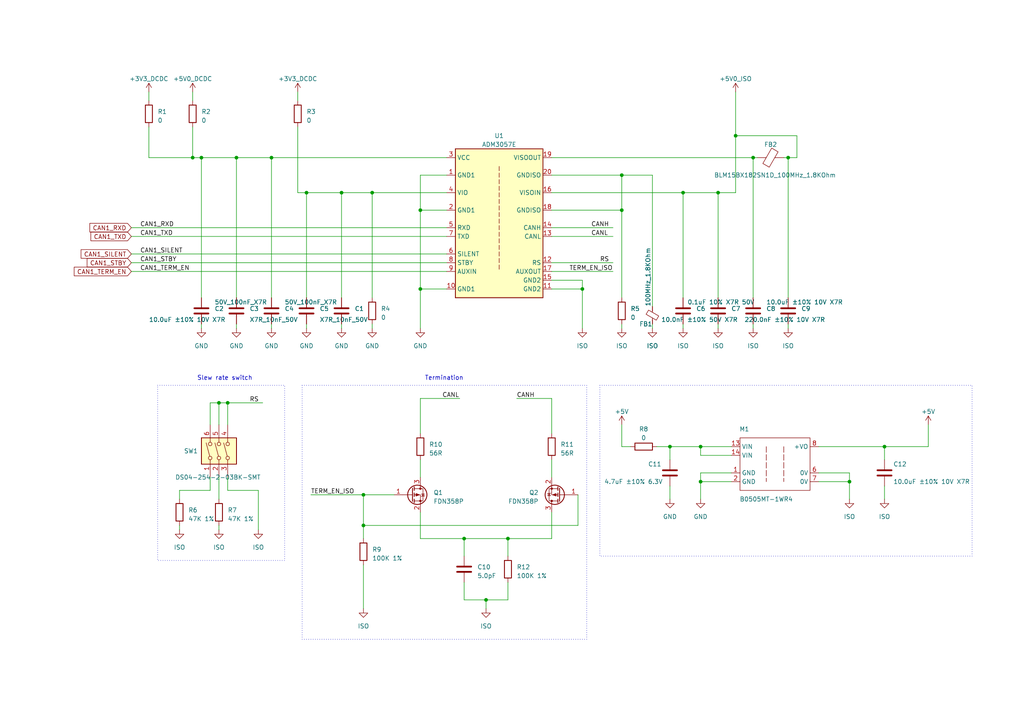
<source format=kicad_sch>
(kicad_sch (version 20230121) (generator eeschema)
  (paper "A4")
  (lib_symbols
    (symbol "Device:C" (pin_numbers hide) (pin_names (offset 0.254))
      (property "Reference" "C" (at 0.635 2.54 0))
      (property "Value" "C" (at 0.635 -2.54 0))
      (symbol "C_0_1"
        (polyline (pts (xy -2.032 -0.762) (xy 2.032 -0.762)) (stroke (width 0.508)))
        (polyline (pts (xy -2.032 0.762) (xy 2.032 0.762)) (stroke (width 0.508)))
      )
      (symbol "C_1_1"
        (pin passive line (at 0 3.81 270) (length 2.794) (name "~") (number "1"))
        (pin passive line (at 0 -3.81 90) (length 2.794) (name "~") (number "2"))
      )
    )
    (symbol "Device:FerriteBead" (pin_numbers hide) (pin_names (offset 0))
      (property "Reference" "FB" (at -3.81 0.635 90))
      (property "Value" "FerriteBead" (at 3.81 0 90))
      (symbol "FerriteBead_0_1"
        (polyline (pts (xy 0 -1.27) (xy 0 -1.2192)))
        (polyline (pts (xy 0 1.27) (xy 0 1.2954)))
        (polyline (pts (xy -2.7686 0.4064) (xy -1.7018 2.2606) (xy 2.7686 -0.3048) (xy 1.6764 -2.159) (xy -2.7686 0.4064)))
      )
      (symbol "FerriteBead_1_1"
        (pin passive line (at 0 3.81 270) (length 2.54) (name "~") (number "1"))
        (pin passive line (at 0 -3.81 90) (length 2.54) (name "~") (number "2"))
      )
    )
    (symbol "Device:FerriteBead_Small" (pin_numbers hide) (pin_names (offset 0))
      (property "Reference" "FB" (at 1.905 1.27 0))
      (property "Value" "FerriteBead_Small" (at 1.905 -1.27 0))
      (symbol "FerriteBead_Small_0_1"
        (polyline (pts (xy 0 -1.27) (xy 0 -0.7874)))
        (polyline (pts (xy 0 0.889) (xy 0 1.2954)))
        (polyline (pts (xy -1.8288 0.2794) (xy -1.1176 1.4986) (xy 1.8288 -0.2032) (xy 1.1176 -1.4224) (xy -1.8288 0.2794)))
      )
      (symbol "FerriteBead_Small_1_1"
        (pin passive line (at 0 2.54 270) (length 1.27) (name "~") (number "1"))
        (pin passive line (at 0 -2.54 90) (length 1.27) (name "~") (number "2"))
      )
    )
    (symbol "Device:Q_PMOS_GSD" (pin_names (offset 0) hide)
      (property "Reference" "Q" (at 5.08 1.27 0))
      (property "Value" "Q_PMOS_GSD" (at 5.08 -1.27 0))
      (symbol "Q_PMOS_GSD_0_1"
        (polyline (pts (xy 0.254 0) (xy -2.54 0)))
        (polyline (pts (xy 0.254 1.905) (xy 0.254 -1.905)) (stroke (width 0.254)))
        (polyline (pts (xy 0.762 -1.27) (xy 0.762 -2.286)) (stroke (width 0.254)))
        (polyline (pts (xy 0.762 0.508) (xy 0.762 -0.508)) (stroke (width 0.254)))
        (polyline (pts (xy 0.762 2.286) (xy 0.762 1.27)) (stroke (width 0.254)))
        (polyline (pts (xy 2.54 2.54) (xy 2.54 1.778)))
        (polyline (pts (xy 2.54 -2.54) (xy 2.54 0) (xy 0.762 0)))
        (polyline (pts (xy 0.762 1.778) (xy 3.302 1.778) (xy 3.302 -1.778) (xy 0.762 -1.778)))
        (polyline (pts (xy 2.286 0) (xy 1.27 0.381) (xy 1.27 -0.381) (xy 2.286 0)) (fill (type outline)))
        (polyline (pts (xy 2.794 -0.508) (xy 2.921 -0.381) (xy 3.683 -0.381) (xy 3.81 -0.254)))
        (polyline (pts (xy 3.302 -0.381) (xy 2.921 0.254) (xy 3.683 0.254) (xy 3.302 -0.381)))
        (circle (center 1.651 0) (radius 2.794) (stroke (width 0.254)))
        (circle (center 2.54 -1.778) (radius 0.254) (fill (type outline)))
        (circle (center 2.54 1.778) (radius 0.254) (fill (type outline)))
      )
      (symbol "Q_PMOS_GSD_1_1"
        (pin input line (at -5.08 0 0) (length 2.54) (name "G") (number "1"))
        (pin passive line (at 2.54 -5.08 90) (length 2.54) (name "S") (number "2"))
        (pin passive line (at 2.54 5.08 270) (length 2.54) (name "D") (number "3"))
      )
    )
    (symbol "Device:R" (pin_numbers hide) (pin_names (offset 0))
      (property "Reference" "R" (at 2.032 0 90))
      (property "Value" "R" (at 0 0 90))
      (symbol "R_0_1"
        (rectangle (start -1.016 -2.54) (end 1.016 2.54) (stroke (width 0.254)))
      )
      (symbol "R_1_1"
        (pin passive line (at 0 3.81 270) (length 1.27) (name "~") (number "1"))
        (pin passive line (at 0 -3.81 90) (length 1.27) (name "~") (number "2"))
      )
    )
    (symbol "Switch:SW_DIP_x03" (pin_names (offset 0) hide)
      (property "Reference" "SW" (at 0 8.89 0))
      (property "Value" "SW_DIP_x03" (at 0 -3.81 0))
      (symbol "SW_DIP_x03_0_0"
        (circle (center -2.032 0) (radius 0.508))
        (circle (center -2.032 2.54) (radius 0.508))
        (circle (center -2.032 5.08) (radius 0.508))
        (polyline (pts (xy -1.524 0.127) (xy 2.3622 1.1684)))
        (polyline (pts (xy -1.524 2.667) (xy 2.3622 3.7084)))
        (polyline (pts (xy -1.524 5.207) (xy 2.3622 6.2484)))
        (circle (center 2.032 0) (radius 0.508))
        (circle (center 2.032 2.54) (radius 0.508))
        (circle (center 2.032 5.08) (radius 0.508))
      )
      (symbol "SW_DIP_x03_0_1"
        (rectangle (start -3.81 7.62) (end 3.81 -2.54) (stroke (width 0.254)) (fill (type background)))
      )
      (symbol "SW_DIP_x03_1_1"
        (pin passive line (at -7.62 5.08 0) (length 5.08) (name "~") (number "1"))
        (pin passive line (at -7.62 2.54 0) (length 5.08) (name "~") (number "2"))
        (pin passive line (at -7.62 0 0) (length 5.08) (name "~") (number "3"))
        (pin passive line (at 7.62 0 180) (length 5.08) (name "~") (number "4"))
        (pin passive line (at 7.62 2.54 180) (length 5.08) (name "~") (number "5"))
        (pin passive line (at 7.62 5.08 180) (length 5.08) (name "~") (number "6"))
      )
    )
    (symbol "VB124_Library:+5V0_DCDC" (power) (pin_names (offset 0))
      (property "Value" "+5V0_DCDC" (at 0 3.556 0))
      (symbol "+5V0_DCDC_0_1"
        (polyline (pts (xy -0.762 1.27) (xy 0 2.54)))
        (polyline (pts (xy 0 0) (xy 0 2.54)))
        (polyline (pts (xy 0 2.54) (xy 0.762 1.27)))
      )
      (symbol "+5V0_DCDC_1_1"
        (pin power_in line (at 0 0 90) (length 0) hide (name "+5V") (number "1"))
      )
    )
    (symbol "VB124_Library:+5V0_ISO" (power) (pin_names (offset 0))
      (property "Value" "+5V0_ISO" (at 0 3.556 0))
      (symbol "+5V0_ISO_0_1"
        (polyline (pts (xy -0.762 1.27) (xy 0 2.54)))
        (polyline (pts (xy 0 0) (xy 0 2.54)))
        (polyline (pts (xy 0 2.54) (xy 0.762 1.27)))
      )
      (symbol "+5V0_ISO_1_1"
        (pin power_in line (at 0 0 90) (length 0) hide (name "+5V") (number "1"))
      )
    )
    (symbol "VB124_Library:ADM3057E"
      (property "Reference" "U" (at -12.7 25.4 0))
      (property "Value" "ADM3057E" (at 7.62 25.4 0))
      (symbol "ADM3057E_0_1"
        (rectangle (start -12.7 20.32) (end 12.7 -22.86) (stroke (width 0.254)) (fill (type background)))
        (polyline (pts (xy 0 -13.335) (xy 0 -14.605)))
        (polyline (pts (xy 0 -11.43) (xy 0 -12.7)))
        (polyline (pts (xy 0 -9.525) (xy 0 -10.795)))
        (polyline (pts (xy 0 -7.62) (xy 0 -8.89)))
        (polyline (pts (xy 0 -5.715) (xy 0 -6.985)))
        (polyline (pts (xy 0 -3.81) (xy 0 -5.08)))
        (polyline (pts (xy 0 -1.905) (xy 0 -3.175)))
        (polyline (pts (xy 0 0) (xy 0 -1.27)))
        (polyline (pts (xy 0 1.905) (xy 0 0.635)))
        (polyline (pts (xy 0 3.81) (xy 0 2.54)))
        (polyline (pts (xy 0 5.715) (xy 0 4.445)))
        (polyline (pts (xy 0 7.62) (xy 0 6.35)))
        (polyline (pts (xy 0 9.525) (xy 0 8.255)))
        (polyline (pts (xy 0 11.43) (xy 0 10.16)))
        (polyline (pts (xy 0 13.335) (xy 0 12.065)))
        (polyline (pts (xy 0 15.24) (xy 0 13.97)))
      )
      (symbol "ADM3057E_1_1"
        (pin power_in line (at -15.24 12.7 0) (length 2.54) (name "GND1") (number "1"))
        (pin passive line (at -15.24 -20.32 0) (length 2.54) (name "GND1") (number "10"))
        (pin passive line (at 15.24 -20.32 180) (length 2.54) (name "GND2") (number "11"))
        (pin input line (at 15.24 -12.7 180) (length 2.54) (name "RS") (number "12"))
        (pin bidirectional line (at 15.24 -5.08 180) (length 2.54) (name "CANL") (number "13"))
        (pin bidirectional line (at 15.24 -2.54 180) (length 2.54) (name "CANH") (number "14"))
        (pin passive line (at 15.24 -17.78 180) (length 2.54) (name "GND2") (number "15"))
        (pin passive line (at 15.24 7.62 180) (length 2.54) (name "VISOIN") (number "16"))
        (pin output line (at 15.24 -15.24 180) (length 2.54) (name "AUXOUT") (number "17"))
        (pin passive line (at 15.24 2.54 180) (length 2.54) (name "GNDISO") (number "18"))
        (pin passive line (at 15.24 17.78 180) (length 2.54) (name "VISOOUT") (number "19"))
        (pin passive line (at -15.24 2.54 0) (length 2.54) (name "GND1") (number "2"))
        (pin passive line (at 15.24 12.7 180) (length 2.54) (name "GNDISO") (number "20"))
        (pin power_in line (at -15.24 17.78 0) (length 2.54) (name "VCC") (number "3"))
        (pin power_in line (at -15.24 7.62 0) (length 2.54) (name "VIO") (number "4"))
        (pin output line (at -15.24 -2.54 0) (length 2.54) (name "RXD") (number "5"))
        (pin input line (at -15.24 -10.16 0) (length 2.54) (name "SILENT") (number "6"))
        (pin input line (at -15.24 -5.08 0) (length 2.54) (name "TXD") (number "7"))
        (pin input line (at -15.24 -12.7 0) (length 2.54) (name "STBY") (number "8"))
        (pin input line (at -15.24 -15.24 0) (length 2.54) (name "AUXIN") (number "9"))
      )
    )
    (symbol "VB124_Library:B0505MT-1WR4"
      (property "Reference" "M" (at 0 5.08 0))
      (property "Value" "B0505MT-1WR4" (at 0 2.54 0))
      (symbol "B0505MT-1WR4_0_1"
        (rectangle (start -10.16 0) (end 10.16 -15.24))
        (polyline (pts (xy -2.54 -2.54) (xy -2.54 -12.7)) (stroke (width 0) (type dash)))
        (polyline (pts (xy 2.54 -2.54) (xy 2.54 -12.7)) (stroke (width 0) (type dash)))
      )
      (symbol "B0505MT-1WR4_1_1"
        (pin power_in line (at -12.7 -10.16 0) (length 2.54) (name "GND") (number "1"))
        (pin power_in line (at -12.7 -2.54 0) (length 2.54) (name "VIN") (number "13"))
        (pin power_in line (at -12.7 -5.08 0) (length 2.54) (name "VIN") (number "14"))
        (pin power_in line (at -12.7 -12.7 0) (length 2.54) (name "GND") (number "2"))
        (pin power_out line (at 12.7 -10.16 180) (length 2.54) (name "0V") (number "6"))
        (pin power_out line (at 12.7 -12.7 180) (length 2.54) (name "0V") (number "7"))
        (pin power_out line (at 12.7 -2.54 180) (length 2.54) (name "+VO") (number "8"))
      )
    )
    (symbol "power:GND" (power) (pin_names (offset 0))
      (property "Value" "GND" (at 0 -3.81 0))
      (symbol "GND_0_1"
        (polyline (pts (xy 0 0) (xy 0 -1.27) (xy 1.27 -1.27) (xy 0 -2.54) (xy -1.27 -1.27) (xy 0 -1.27)))
      )
      (symbol "GND_1_1"
        (pin power_in line (at 0 0 270) (length 0) hide (name "GND") (number "1"))
      )
    )
    (symbol "vhrd_power:+3V3_DCDC" (power) (pin_names (offset 0))
      (property "Value" "+3V3_DCDC" (at 0 2.54 0))
      (symbol "+3V3_DCDC_0_0"
        (pin power_in line (at 0 0 90) (length 0) hide (name "+3V3_DCDC") (number "1"))
      )
      (symbol "+3V3_DCDC_0_1"
        (polyline (pts (xy -0.762 1.27) (xy 0 2.54)))
        (polyline (pts (xy 0 0) (xy 0 2.54)))
        (polyline (pts (xy 0 2.54) (xy 0.762 1.27)))
      )
    )
    (symbol "vhrd_power:+5V0_DCDC" (power) (pin_names (offset 0))
      (property "Value" "+5V0_DCDC" (at 0 3.556 0))
      (symbol "+5V0_DCDC_0_1"
        (polyline (pts (xy -0.762 1.27) (xy 0 2.54)))
        (polyline (pts (xy 0 0) (xy 0 2.54)))
        (polyline (pts (xy 0 2.54) (xy 0.762 1.27)))
      )
      (symbol "+5V0_DCDC_1_1"
        (pin power_in line (at 0 0 90) (length 0) hide (name "+5V0_DCDC") (number "1"))
      )
    )
    (symbol "vhrd_power:+5V0_ISO" (power) (pin_names (offset 0))
      (property "Value" "+5V0_ISO" (at 0 3.556 0))
      (symbol "+5V0_ISO_0_1"
        (polyline (pts (xy -0.762 1.27) (xy 0 2.54)))
        (polyline (pts (xy 0 0) (xy 0 2.54)))
        (polyline (pts (xy 0 2.54) (xy 0.762 1.27)))
      )
      (symbol "+5V0_ISO_1_1"
        (pin power_in line (at 0 0 90) (length 0) hide (name "+5V0_ISO") (number "1"))
      )
    )
    (symbol "vhrd_power:ISO" (power) (pin_names (offset 0))
      (property "Value" "ISO" (at 0 -3.81 0))
      (symbol "ISO_0_1"
        (polyline (pts (xy 0 0) (xy 0 -1.27) (xy 1.27 -1.27) (xy 0 -2.54) (xy -1.27 -1.27) (xy 0 -1.27)))
      )
      (symbol "ISO_1_1"
        (pin power_in line (at 0 0 270) (length 0) hide (name "ISO") (number "1"))
      )
    )
  )
  (junction (at 198.12 55.88))
  (junction (at 121.92 60.96))
  (junction (at 213.36 39.37))
  (junction (at 107.95 55.88))
  (junction (at 68.58 45.72))
  (junction (at 208.28 55.88))
  (junction (at 246.38 139.7))
  (junction (at 88.9 55.88))
  (junction (at 55.88 45.72))
  (junction (at 194.31 129.54))
  (junction (at 180.34 60.96))
  (junction (at 203.2 139.7))
  (junction (at 218.44 45.72))
  (junction (at 228.6 45.72))
  (junction (at 256.54 129.54))
  (junction (at 121.92 83.82))
  (junction (at 105.41 152.4))
  (junction (at 134.62 156.21))
  (junction (at 105.41 143.51))
  (junction (at 78.74 45.72))
  (junction (at 66.04 116.84))
  (junction (at 58.42 45.72))
  (junction (at 140.97 173.99))
  (junction (at 147.32 156.21))
  (junction (at 63.5 116.84))
  (junction (at 203.2 129.54))
  (junction (at 168.91 83.82))
  (junction (at 180.34 50.8))
  (junction (at 99.06 55.88))
  (wire (pts (xy 203.2 132.08) (xy 203.2 129.54)))
  (wire (pts (xy 269.24 123.19) (xy 269.24 129.54)))
  (wire (pts (xy 167.64 152.4) (xy 167.64 143.51)))
  (wire (pts (xy 105.41 152.4) (xy 105.41 156.21)))
  (wire (pts (xy 212.09 132.08) (xy 203.2 132.08)))
  (wire (pts (xy 38.1 66.04) (xy 129.54 66.04)))
  (wire (pts (xy 160.02 83.82) (xy 168.91 83.82)))
  (wire (pts (xy 256.54 140.97) (xy 256.54 144.78)))
  (wire (pts (xy 168.91 81.28) (xy 168.91 83.82)))
  (wire (pts (xy 121.92 60.96) (xy 121.92 83.82)))
  (wire (pts (xy 74.93 142.24) (xy 74.93 153.67)))
  (wire (pts (xy 228.6 45.72) (xy 228.6 86.36)))
  (wire (pts (xy 88.9 55.88) (xy 88.9 86.36)))
  (wire (pts (xy 121.92 148.59) (xy 121.92 156.21)))
  (wire (pts (xy 38.1 78.74) (xy 129.54 78.74)))
  (wire (pts (xy 237.49 137.16) (xy 246.38 137.16)))
  (wire (pts (xy 160.02 81.28) (xy 168.91 81.28)))
  (wire (pts (xy 121.92 83.82) (xy 121.92 95.25)))
  (wire (pts (xy 180.34 50.8) (xy 189.23 50.8)))
  (wire (pts (xy 121.92 50.8) (xy 121.92 60.96)))
  (wire (pts (xy 60.96 123.19) (xy 60.96 116.84)))
  (wire (pts (xy 208.28 55.88) (xy 213.36 55.88)))
  (wire (pts (xy 78.74 95.25) (xy 78.74 93.98)))
  (wire (pts (xy 105.41 163.83) (xy 105.41 176.53)))
  (wire (pts (xy 147.32 173.99) (xy 147.32 168.91)))
  (wire (pts (xy 140.97 173.99) (xy 140.97 176.53)))
  (wire (pts (xy 99.06 55.88) (xy 107.95 55.88)))
  (wire (pts (xy 63.5 116.84) (xy 63.5 123.19)))
  (wire (pts (xy 38.1 76.2) (xy 129.54 76.2)))
  (wire (pts (xy 194.31 140.97) (xy 194.31 144.78)))
  (wire (pts (xy 43.18 45.72) (xy 55.88 45.72)))
  (wire (pts (xy 213.36 39.37) (xy 213.36 55.88)))
  (wire (pts (xy 43.18 36.83) (xy 43.18 45.72)))
  (wire (pts (xy 194.31 129.54) (xy 203.2 129.54)))
  (wire (pts (xy 180.34 95.25) (xy 180.34 93.98)))
  (wire (pts (xy 218.44 95.25) (xy 218.44 93.98)))
  (wire (pts (xy 63.5 116.84) (xy 66.04 116.84)))
  (wire (pts (xy 38.1 68.58) (xy 129.54 68.58)))
  (wire (pts (xy 55.88 45.72) (xy 58.42 45.72)))
  (wire (pts (xy 231.14 39.37) (xy 231.14 45.72)))
  (wire (pts (xy 213.36 26.67) (xy 213.36 39.37)))
  (wire (pts (xy 160.02 50.8) (xy 180.34 50.8)))
  (wire (pts (xy 194.31 129.54) (xy 194.31 133.35)))
  (wire (pts (xy 105.41 152.4) (xy 167.64 152.4)))
  (wire (pts (xy 86.36 26.67) (xy 86.36 29.21)))
  (wire (pts (xy 227.33 45.72) (xy 228.6 45.72)))
  (wire (pts (xy 55.88 36.83) (xy 55.88 45.72)))
  (wire (pts (xy 228.6 95.25) (xy 228.6 93.98)))
  (wire (pts (xy 129.54 55.88) (xy 107.95 55.88)))
  (wire (pts (xy 121.92 83.82) (xy 129.54 83.82)))
  (wire (pts (xy 203.2 139.7) (xy 203.2 144.78)))
  (wire (pts (xy 134.62 173.99) (xy 140.97 173.99)))
  (wire (pts (xy 134.62 168.91) (xy 134.62 173.99)))
  (wire (pts (xy 121.92 115.57) (xy 121.92 125.73)))
  (wire (pts (xy 58.42 95.25) (xy 58.42 93.98)))
  (wire (pts (xy 140.97 173.99) (xy 147.32 173.99)))
  (wire (pts (xy 160.02 66.04) (xy 177.8 66.04)))
  (wire (pts (xy 190.5 129.54) (xy 194.31 129.54)))
  (wire (pts (xy 147.32 156.21) (xy 160.02 156.21)))
  (wire (pts (xy 228.6 45.72) (xy 231.14 45.72)))
  (wire (pts (xy 208.28 95.25) (xy 208.28 93.98)))
  (wire (pts (xy 105.41 143.51) (xy 114.3 143.51)))
  (wire (pts (xy 246.38 139.7) (xy 246.38 144.78)))
  (wire (pts (xy 58.42 86.36) (xy 58.42 45.72)))
  (wire (pts (xy 129.54 45.72) (xy 78.74 45.72)))
  (wire (pts (xy 66.04 142.24) (xy 74.93 142.24)))
  (wire (pts (xy 160.02 156.21) (xy 160.02 148.59)))
  (wire (pts (xy 213.36 39.37) (xy 231.14 39.37)))
  (wire (pts (xy 218.44 45.72) (xy 218.44 86.36)))
  (wire (pts (xy 160.02 115.57) (xy 149.86 115.57)))
  (wire (pts (xy 107.95 95.25) (xy 107.95 93.98)))
  (wire (pts (xy 43.18 26.67) (xy 43.18 29.21)))
  (wire (pts (xy 121.92 156.21) (xy 134.62 156.21)))
  (wire (pts (xy 203.2 139.7) (xy 212.09 139.7)))
  (wire (pts (xy 203.2 129.54) (xy 212.09 129.54)))
  (wire (pts (xy 160.02 78.74) (xy 177.8 78.74)))
  (wire (pts (xy 52.07 153.67) (xy 52.07 152.4)))
  (wire (pts (xy 160.02 115.57) (xy 160.02 125.73)))
  (wire (pts (xy 160.02 76.2) (xy 177.8 76.2)))
  (wire (pts (xy 129.54 50.8) (xy 121.92 50.8)))
  (wire (pts (xy 256.54 129.54) (xy 256.54 133.35)))
  (wire (pts (xy 88.9 55.88) (xy 86.36 55.88)))
  (wire (pts (xy 256.54 129.54) (xy 269.24 129.54)))
  (wire (pts (xy 105.41 143.51) (xy 105.41 152.4)))
  (wire (pts (xy 168.91 83.82) (xy 168.91 95.25)))
  (wire (pts (xy 60.96 116.84) (xy 63.5 116.84)))
  (wire (pts (xy 180.34 50.8) (xy 180.34 60.96)))
  (wire (pts (xy 88.9 95.25) (xy 88.9 93.98)))
  (wire (pts (xy 121.92 115.57) (xy 133.35 115.57)))
  (wire (pts (xy 237.49 129.54) (xy 256.54 129.54)))
  (wire (pts (xy 55.88 26.67) (xy 55.88 29.21)))
  (wire (pts (xy 180.34 60.96) (xy 180.34 86.36)))
  (wire (pts (xy 160.02 60.96) (xy 180.34 60.96)))
  (wire (pts (xy 147.32 156.21) (xy 147.32 161.29)))
  (wire (pts (xy 99.06 55.88) (xy 88.9 55.88)))
  (wire (pts (xy 78.74 45.72) (xy 78.74 86.36)))
  (wire (pts (xy 198.12 95.25) (xy 198.12 93.98)))
  (wire (pts (xy 60.96 142.24) (xy 52.07 142.24)))
  (wire (pts (xy 198.12 55.88) (xy 208.28 55.88)))
  (wire (pts (xy 160.02 68.58) (xy 177.8 68.58)))
  (wire (pts (xy 86.36 36.83) (xy 86.36 55.88)))
  (wire (pts (xy 121.92 60.96) (xy 129.54 60.96)))
  (wire (pts (xy 121.92 133.35) (xy 121.92 138.43)))
  (wire (pts (xy 218.44 45.72) (xy 219.71 45.72)))
  (wire (pts (xy 68.58 45.72) (xy 78.74 45.72)))
  (wire (pts (xy 63.5 138.43) (xy 63.5 144.78)))
  (wire (pts (xy 198.12 55.88) (xy 198.12 86.36)))
  (wire (pts (xy 107.95 55.88) (xy 107.95 86.36)))
  (wire (pts (xy 90.17 143.51) (xy 105.41 143.51)))
  (wire (pts (xy 66.04 116.84) (xy 66.04 123.19)))
  (wire (pts (xy 160.02 45.72) (xy 218.44 45.72)))
  (wire (pts (xy 52.07 142.24) (xy 52.07 144.78)))
  (wire (pts (xy 99.06 55.88) (xy 99.06 86.36)))
  (wire (pts (xy 160.02 55.88) (xy 198.12 55.88)))
  (wire (pts (xy 66.04 116.84) (xy 76.2 116.84)))
  (wire (pts (xy 189.23 50.8) (xy 189.23 88.9)))
  (wire (pts (xy 66.04 138.43) (xy 66.04 142.24)))
  (wire (pts (xy 134.62 156.21) (xy 134.62 161.29)))
  (wire (pts (xy 246.38 137.16) (xy 246.38 139.7)))
  (wire (pts (xy 212.09 137.16) (xy 203.2 137.16)))
  (wire (pts (xy 237.49 139.7) (xy 246.38 139.7)))
  (wire (pts (xy 58.42 45.72) (xy 68.58 45.72)))
  (wire (pts (xy 203.2 137.16) (xy 203.2 139.7)))
  (wire (pts (xy 68.58 95.25) (xy 68.58 93.98)))
  (wire (pts (xy 134.62 156.21) (xy 147.32 156.21)))
  (wire (pts (xy 99.06 95.25) (xy 99.06 93.98)))
  (wire (pts (xy 60.96 138.43) (xy 60.96 142.24)))
  (wire (pts (xy 160.02 133.35) (xy 160.02 138.43)))
  (wire (pts (xy 182.88 129.54) (xy 180.34 129.54)))
  (wire (pts (xy 63.5 153.67) (xy 63.5 152.4)))
  (wire (pts (xy 180.34 123.19) (xy 180.34 129.54)))
  (wire (pts (xy 189.23 95.25) (xy 189.23 93.98)))
  (wire (pts (xy 68.58 45.72) (xy 68.58 86.36)))
  (wire (pts (xy 38.1 73.66) (xy 129.54 73.66)))
  (wire (pts (xy 208.28 55.88) (xy 208.28 86.36)))
  (rectangle (start 45.72 111.76) (end 82.55 162.56) (stroke (width 0) (type dot)))
  (rectangle (start 87.63 111.76) (end 170.18 185.42) (stroke (width 0) (type dot)))
  (rectangle (start 173.99 111.76) (end 281.94 161.29) (stroke (width 0) (type dot)))
  (text "Slew rate switch" (at 57.15 110.49 0) (effects (font (size 1.27 1.27)) (justify left bottom)))
  (text "Termination" (at 123.19 110.49 0) (effects (font (size 1.27 1.27)) (justify left bottom)))
  (label "CANL" (at 128.27 115.57 0))
  (label "TERM_EN_ISO" (at 90.17 143.51 0))
  (label "CANL" (at 171.45 68.58 0))
  (label "RS" (at 173.99 76.2 0))
  (label "RS" (at 72.39 116.84 0))
  (label "CAN1_STBY" (at 40.64 76.2 0))
  (label "TERM_EN_ISO" (at 165.1 78.74 0))
  (label "CANH" (at 149.86 115.57 0))
  (label "CAN1_TXD" (at 40.64 68.58 0))
  (label "CAN1_RXD" (at 40.64 66.04 0))
  (label "CAN1_TERM_EN" (at 40.64 78.74 0))
  (label "CANH" (at 171.45 66.04 0))
  (label "CAN1_SILENT" (at 40.64 73.66 0))
  (global_label "CAN1_SILENT" (shape input) (at 38.1 73.66 180) (property "Intersheetrefs" "${INTERSHEET_REFS}" (effects hide)))
  (global_label "CAN1_TXD" (shape input) (at 38.1 68.58 180) (property "Intersheetrefs" "${INTERSHEET_REFS}" (effects hide)))
  (global_label "CAN1_STBY" (shape input) (at 38.1 76.2 180) (property "Intersheetrefs" "${INTERSHEET_REFS}" (effects hide)))
  (global_label "CAN1_RXD" (shape input) (at 38.1 66.04 180) (property "Intersheetrefs" "${INTERSHEET_REFS}" (effects hide)))
  (global_label "CAN1_TERM_EN" (shape input) (at 38.1 78.74 180) (property "Intersheetrefs" "${INTERSHEET_REFS}" (effects hide)))
  (symbol (lib_id "power:GND") (at 99.06 95.25 0) (unit 1)
    (property "Reference" "#PWR02" (effects hide))
    (property "Value" "GND" (at 99.06 100.33 0))
  )
  (symbol (lib_id "vhrd_power:ISO") (at 246.38 144.78 0) (unit 1)
    (property "Reference" "#PWR023" (effects hide))
    (property "Value" "ISO" (at 246.38 149.86 0))
  )
  (symbol (lib_id "vhrd_power:+3V3_DCDC") (at 43.18 26.67 0) (unit 1)
    (property "Reference" "#PWR07" (effects hide))
    (property "Value" "+3V3_DCDC" (at 43.18 22.86 0))
  )
  (symbol (lib_id "Device:R") (at 43.18 33.02 0) (unit 1)
    (property "Reference" "R1" (at 45.72 32.385 0) (effects (justify left)))
    (property "Value" "0" (at 45.72 34.925 0) (effects (justify left)))
    (property "Footprint" "Resistor_SMD:R_0402_1005Metric" (effects hide))
    (property "Description" "Jumper 0402(1005)_Chip Resistor, Body 1.0x0.5mm, IPC Medium Density" (effects hide))
  )
  (symbol (lib_id "Device:C") (at 78.74 90.17 0) (unit 1)
    (property "Reference" "C4" (at 82.55 89.535 0) (effects (justify left)))
    (property "Value" "X7R_10nF_50V" (at 72.39 92.71 0) (effects (justify left)))
    (property "Footprint" "Capacitor_SMD:C_0402_1005Metric" (effects hide))
    (property "Description" "CAP 10.0nF ±10% 50V X7R 0402 (1005 Metric) Thickness <= 0.55mm" (effects hide))
  )
  (symbol (lib_id "vhrd_power:ISO") (at 228.6 95.25 0) (unit 1)
    (property "Reference" "#PWR016" (effects hide))
    (property "Value" "ISO" (at 228.6 100.33 0))
  )
  (symbol (lib_id "VB124_Library:ADM3057E") (at 144.78 63.5 0) (unit 1)
    (property "Reference" "U1" (at 144.78 39.37 0))
    (property "Value" "ADM3057E" (at 144.78 41.91 0))
    (property "Footprint" "Package_SO:SOIC-20W_7.5x12.8mm_P1.27mm" (effects hide))
    (property "Datasheet" "https://www.analog.com/media/en/technical-documentation/data-sheets/ADM3055E-3057E.pdf" (effects hide))
  )
  (symbol (lib_id "vhrd_power:ISO") (at 52.07 153.67 0) (unit 1)
    (property "Reference" "#PWR017" (effects hide))
    (property "Value" "ISO" (at 52.07 158.75 0))
  )
  (symbol (lib_id "Device:C") (at 208.28 90.17 0) (unit 1)
    (property "Reference" "C7" (at 212.09 89.535 0) (effects (justify left)))
    (property "Value" "0.1uF 10% X7R 50V" (at 199.39 87.63 0) (effects (justify left)))
    (property "Footprint" "Capacitor_SMD:C_0402_1005Metric" (effects hide))
    (property "Description" "Ceramic Capacitor 0.1uF 10% X7R 50V 0402 T/R" (effects hide))
  )
  (symbol (lib_id "power:GND") (at 88.9 95.25 0) (unit 1)
    (property "Reference" "#PWR03" (effects hide))
    (property "Value" "GND" (at 88.9 100.33 0))
  )
  (symbol (lib_id "Device:R") (at 52.07 148.59 0) (unit 1)
    (property "Reference" "R6" (at 54.61 147.955 0) (effects (justify left)))
    (property "Value" "47K 1%" (at 54.61 150.495 0) (effects (justify left)))
    (property "Footprint" "Resistor_SMD:R_0402_1005Metric" (effects hide))
    (property "Description" "47K 0.063W 1% 0402 (1005 Metric)  SMD" (effects hide))
  )
  (symbol (lib_id "VB124_Library:+5V0_ISO") (at 269.24 123.19 0) (unit 1)
    (property "Reference" "#PWR028" (effects hide))
    (property "Value" "+5V0_ISO" (at 269.24 119.38 0))
  )
  (symbol (lib_id "VB124_Library:+5V0_DCDC") (at 180.34 123.19 0) (unit 1)
    (property "Reference" "#PWR018" (effects hide))
    (property "Value" "+5V0_DCDC" (at 180.34 119.38 0))
  )
  (symbol (lib_id "Device:C") (at 256.54 137.16 0) (unit 1)
    (property "Reference" "C12" (at 259.08 134.62 0) (effects (justify left)))
    (property "Value" "10.0uF ±10% 10V X7R" (at 259.08 139.7 0) (effects (justify left)))
    (property "Footprint" "Capacitor_SMD:C_1206_3216Metric" (effects hide))
    (property "Description" "CAP 10.0uF ±10% 10V X7R 1206 (3216 Metric) Thickness <= 1.8mm" (effects hide))
  )
  (symbol (lib_id "vhrd_power:ISO") (at 140.97 176.53 0) (unit 1)
    (property "Reference" "#PWR022" (effects hide))
    (property "Value" "ISO" (at 140.97 181.61 0))
  )
  (symbol (lib_id "power:GND") (at 107.95 95.25 0) (unit 1)
    (property "Reference" "#PWR010" (effects hide))
    (property "Value" "GND" (at 107.95 100.33 0))
  )
  (symbol (lib_id "Device:C") (at 134.62 165.1 0) (unit 1)
    (property "Reference" "C10" (at 138.43 164.465 0) (effects (justify left)))
    (property "Value" "5.0pF" (at 138.43 167.005 0) (effects (justify left)))
    (property "Footprint" "Capacitor_SMD:C_0402_1005Metric" (effects hide))
    (property "Description" "CAP 5.0pF ±0.25pF 50V C0G 0402 (1005 Metric) Thickness <= 0.55mm" (effects hide))
  )
  (symbol (lib_id "Device:R") (at 105.41 160.02 0) (unit 1)
    (property "Reference" "R9" (at 107.95 159.385 0) (effects (justify left)))
    (property "Value" "100K 1%" (at 107.95 161.925 0) (effects (justify left)))
    (property "Footprint" "Resistor_SMD:R_0402_1005Metric" (effects hide))
    (property "Description" "100K 0.063W 1% 0402 (1005 Metric)  SMD" (effects hide))
  )
  (symbol (lib_id "vhrd_power:ISO") (at 74.93 153.67 0) (unit 1)
    (property "Reference" "#PWR020" (effects hide))
    (property "Value" "ISO" (at 74.93 158.75 0))
  )
  (symbol (lib_id "Device:R") (at 147.32 165.1 0) (unit 1)
    (property "Reference" "R12" (at 149.86 164.465 0) (effects (justify left)))
    (property "Value" "100K 1%" (at 149.86 167.005 0) (effects (justify left)))
    (property "Footprint" "Resistor_SMD:R_0402_1005Metric" (effects hide))
    (property "Description" "100K 0.063W 1% 0402 (1005 Metric)  SMD" (effects hide))
  )
  (symbol (lib_id "power:GND") (at 78.74 95.25 0) (unit 1)
    (property "Reference" "#PWR04" (effects hide))
    (property "Value" "GND" (at 78.74 100.33 0))
  )
  (symbol (lib_id "power:GND") (at 121.92 95.25 0) (unit 1)
    (property "Reference" "#PWR01" (effects hide))
    (property "Value" "GND" (at 121.92 100.33 0))
  )
  (symbol (lib_id "Device:R") (at 55.88 33.02 0) (unit 1)
    (property "Reference" "R2" (at 58.42 32.385 0) (effects (justify left)))
    (property "Value" "0" (at 58.42 34.925 0) (effects (justify left)))
    (property "Footprint" "Resistor_SMD:R_0402_1005Metric" (effects hide))
    (property "Description" "Jumper 0402(1005)_Chip Resistor, Body 1.0x0.5mm, IPC Medium Density" (effects hide))
  )
  (symbol (lib_id "power:GND") (at 203.2 144.78 0) (unit 1)
    (property "Reference" "#PWR025" (effects hide))
    (property "Value" "GND" (at 203.2 149.86 0))
  )
  (symbol (lib_id "Device:Q_PMOS_GSD") (at 119.38 143.51 0) (unit 1)
    (property "Reference" "Q1" (at 125.73 142.875 0) (effects (justify left)))
    (property "Value" "FDN358P" (at 125.73 145.415 0) (effects (justify left)))
    (property "Footprint" "Package_TO_SOT_SMD:SOT-23-3" (effects hide))
    (property "Description" "P-MOSFET, -1.5A, 125mΩ @ -10V, Vgs=+-20V, Vds=+-30V" (effects hide))
  )
  (symbol (lib_id "VB124_Library:B0505MT-1WR4") (at 224.79 127 0) (unit 1)
    (property "Reference" "M1" (at 215.9 124.46 0))
    (property "Value" "B0505MT-1WR4" (at 222.25 144.78 0))
    (property "Footprint" "CONVERTER DC DC 5V 1W SMD:B0505MT-1WR4" (effects hide))
    (property "Description" "DC DC CONVERTER 5V 1W SMD" (effects hide))
  )
  (symbol (lib_id "Device:R") (at 86.36 33.02 0) (unit 1)
    (property "Reference" "R3" (at 88.9 32.385 0) (effects (justify left)))
    (property "Value" "0" (at 88.9 34.925 0) (effects (justify left)))
    (property "Footprint" "Resistor_SMD:R_0402_1005Metric" (effects hide))
    (property "Description" "Jumper 0402(1005)_Chip Resistor, Body 1.0x0.5mm, IPC Medium Density" (effects hide))
  )
  (symbol (lib_id "vhrd_power:ISO") (at 63.5 153.67 0) (unit 1)
    (property "Reference" "#PWR019" (effects hide))
    (property "Value" "ISO" (at 63.5 158.75 0))
  )
  (symbol (lib_id "vhrd_power:ISO") (at 256.54 144.78 0) (unit 1)
    (property "Reference" "#PWR026" (effects hide))
    (property "Value" "ISO" (at 256.54 149.86 0))
  )
  (symbol (lib_id "Device:FerriteBead") (at 223.52 45.72 90) (unit 1)
    (property "Reference" "FB2" (at 223.52 41.91 90))
    (property "Value" "BLM15BX182SN1D_100MHz_1.8KOhm" (at 224.79 50.8 90))
    (property "Footprint" "Resistor_SMD:R_0402_1005Metric" (effects hide))
    (property "Description" "Ferrite Beads Multi-Layer 1.8KOhm 25% 100MHz 0.25A 0.9Ohm DCR 0402 T/R" (effects hide))
  )
  (symbol (lib_id "Device:R") (at 180.34 90.17 0) (unit 1)
    (property "Reference" "R5" (at 182.88 89.535 0) (effects (justify left)))
    (property "Value" "0" (at 182.88 92.075 0) (effects (justify left)))
    (property "Footprint" "Resistor_SMD:R_0402_1005Metric" (effects hide))
    (property "Description" "Jumper 0402(1005)_Chip Resistor, Body 1.0x0.5mm, IPC Medium Density" (effects hide))
  )
  (symbol (lib_id "Device:R") (at 107.95 90.17 0) (unit 1)
    (property "Reference" "R4" (at 110.49 89.535 0) (effects (justify left)))
    (property "Value" "0" (at 110.49 92.075 0) (effects (justify left)))
    (property "Footprint" "Resistor_SMD:R_0402_1005Metric" (effects hide))
    (property "Description" "Jumper 0402(1005)_Chip Resistor, Body 1.0x0.5mm, IPC Medium Density" (effects hide))
  )
  (symbol (lib_id "vhrd_power:+5V0_DCDC") (at 55.88 26.67 0) (unit 1)
    (property "Reference" "#PWR08" (effects hide))
    (property "Value" "+5V0_DCDC" (at 55.88 22.86 0))
  )
  (symbol (lib_id "Device:R") (at 160.02 129.54 0) (unit 1)
    (property "Reference" "R11" (at 162.56 128.905 0) (effects (justify left)))
    (property "Value" "56R" (at 162.56 131.445 0) (effects (justify left)))
    (property "Footprint" "Resistor_SMD:R_0603_1608Metric" (effects hide))
    (property "Description" "56R 0.1W 1% 0603 (1608 Metric)  SMD" (effects hide))
  )
  (symbol (lib_id "Device:Q_PMOS_GSD") (at 162.56 143.51 180) (unit 1)
    (property "Reference" "Q2" (at 156.21 142.875 0) (effects (justify left)))
    (property "Value" "FDN358P" (at 156.21 145.415 0) (effects (justify left)))
    (property "Footprint" "Package_TO_SOT_SMD:SOT-23-3" (effects hide))
    (property "Description" "P-MOSFET, -1.5A, 125mΩ @ -10V, Vgs=+-20V, Vds=+-30V" (effects hide))
  )
  (symbol (lib_id "Device:R") (at 63.5 148.59 0) (unit 1)
    (property "Reference" "R7" (at 66.04 147.955 0) (effects (justify left)))
    (property "Value" "47K 1%" (at 66.04 150.495 0) (effects (justify left)))
    (property "Footprint" "Resistor_SMD:R_0402_1005Metric" (effects hide))
    (property "Description" "47K 0.063W 1% 0402 (1005 Metric)  SMD" (effects hide))
  )
  (symbol (lib_id "vhrd_power:ISO") (at 218.44 95.25 0) (unit 1)
    (property "Reference" "#PWR015" (effects hide))
    (property "Value" "ISO" (at 218.44 100.33 0))
  )
  (symbol (lib_id "vhrd_power:ISO") (at 189.23 95.25 0) (unit 1)
    (property "Reference" "#PWR012" (effects hide))
    (property "Value" "ISO" (at 189.23 100.33 0))
  )
  (symbol (lib_id "vhrd_power:+5V0_ISO") (at 213.36 26.67 0) (unit 1)
    (property "Reference" "#PWR029" (effects hide))
    (property "Value" "+5V0_ISO" (at 213.36 22.86 0))
  )
  (symbol (lib_id "Device:R") (at 186.69 129.54 90) (unit 1)
    (property "Reference" "R8" (at 186.69 124.46 90))
    (property "Value" "0" (at 186.69 127 90))
    (property "Footprint" "Resistor_SMD:R_0402_1005Metric" (effects hide))
    (property "Description" "Jumper 0402(1005)" (effects hide))
  )
  (symbol (lib_id "vhrd_power:ISO") (at 208.28 95.25 0) (unit 1)
    (property "Reference" "#PWR014" (effects hide))
    (property "Value" "ISO" (at 208.28 100.33 0))
  )
  (symbol (lib_id "vhrd_power:ISO") (at 198.12 95.25 0) (unit 1)
    (property "Reference" "#PWR013" (effects hide))
    (property "Value" "ISO" (at 198.12 100.33 0))
  )
  (symbol (lib_id "Device:FerriteBead_Small") (at 189.23 91.44 0) (unit 1)
    (property "Reference" "FB1" (at 185.42 93.98 0) (effects (justify left)))
    (property "Value" "100MHz_1.8KOhm" (at 187.96 88.9 90) (effects (justify left)))
    (property "Footprint" "Resistor_SMD:R_0402_1005Metric" (effects hide))
    (property "Description" "Ferrite Beads Multi-Layer 1.8KOhm 25% 100MHz 0.25A 0.9Ohm DCR 0402 T/R" (effects hide))
  )
  (symbol (lib_id "vhrd_power:+3V3_DCDC") (at 86.36 26.67 0) (unit 1)
    (property "Reference" "#PWR09" (effects hide))
    (property "Value" "+3V3_DCDC" (at 86.36 22.86 0))
  )
  (symbol (lib_id "Device:C") (at 218.44 90.17 0) (unit 1)
    (property "Reference" "C8" (at 222.25 89.535 0) (effects (justify left)))
    (property "Value" "220.0nF ±10% 10V X7R" (at 215.9 92.71 0) (effects (justify left)))
    (property "Footprint" "Capacitor_SMD:C_0402_1005Metric" (effects hide))
    (property "Description" "CAP 220.0nF ±10% 10V X7R 0402 (1005 Metric) Thickness <= 0.55mm" (effects hide))
  )
  (symbol (lib_id "Device:C") (at 198.12 90.17 0) (unit 1)
    (property "Reference" "C6" (at 201.93 89.535 0) (effects (justify left)))
    (property "Value" "10.0nF ±10% 50V X7R" (at 191.77 92.71 0) (effects (justify left)))
    (property "Footprint" "Capacitor_SMD:C_0402_1005Metric" (effects hide))
    (property "Description" "CAP 10.0nF ±10% 50V X7R 0402 (1005 Metric) Thickness <= 0.55mm" (effects hide))
  )
  (symbol (lib_id "Device:C") (at 58.42 90.17 0) (unit 1)
    (property "Reference" "C2" (at 62.23 89.535 0) (effects (justify left)))
    (property "Value" "10.0uF ±10% 10V X7R" (at 43.18 92.71 0) (effects (justify left)))
    (property "Footprint" "Capacitor_SMD:C_1206_3216Metric" (effects hide))
    (property "Description" "CAP 10.0uF ±10% 10V X7R 1206 (3216 Metric) Thickness <= 1.8mm" (effects hide))
  )
  (symbol (lib_id "Device:C") (at 68.58 90.17 0) (unit 1)
    (property "Reference" "C3" (at 72.39 89.535 0) (effects (justify left)))
    (property "Value" "50V_100nF_X7R" (at 62.23 87.63 0) (effects (justify left)))
    (property "Footprint" "Capacitor_SMD:C_0402_1005Metric" (effects hide))
    (property "Description" "Ceramic Capacitor 0.1uF 10% X7R 50V 0402 T/R" (effects hide))
  )
  (symbol (lib_id "power:GND") (at 58.42 95.25 0) (unit 1)
    (property "Reference" "#PWR06" (effects hide))
    (property "Value" "GND" (at 58.42 100.33 0))
  )
  (symbol (lib_id "vhrd_power:ISO") (at 105.41 176.53 0) (unit 1)
    (property "Reference" "#PWR021" (effects hide))
    (property "Value" "ISO" (at 105.41 181.61 0))
  )
  (symbol (lib_id "Device:C") (at 88.9 90.17 0) (unit 1)
    (property "Reference" "C5" (at 92.71 89.535 0) (effects (justify left)))
    (property "Value" "50V_100nF_X7R" (at 82.55 87.63 0) (effects (justify left)))
    (property "Footprint" "Capacitor_SMD:C_0402_1005Metric" (effects hide))
    (property "Description" "Ceramic Capacitor 0.1uF 10% X7R 50V 0402 T/R" (effects hide))
  )
  (symbol (lib_id "power:GND") (at 194.31 144.78 0) (unit 1)
    (property "Reference" "#PWR024" (effects hide))
    (property "Value" "GND" (at 194.31 149.86 0))
  )
  (symbol (lib_id "vhrd_power:ISO") (at 168.91 95.25 0) (unit 1)
    (property "Reference" "#PWR027" (effects hide))
    (property "Value" "ISO" (at 168.91 100.33 0))
  )
  (symbol (lib_id "Switch:SW_DIP_x03") (at 66.04 130.81 90) (unit 1)
    (property "Reference" "SW1" (at 53.34 130.81 90) (effects (justify right)))
    (property "Value" "DS04-254-2-03BK-SMT" (at 50.8 138.43 90) (effects (justify right)))
    (property "Footprint" "Button_Switch_SMD:SW_DIP_SPSTx03_Slide_Omron_A6S-310x_W8.9mm_P2.54mm" (effects hide))
    (property "Description" "1 ~ 12 Positions, Surface Mount, 2.54 mm Pitch, Slide Actuator, DIP Switch" (effects hide))
  )
  (symbol (lib_id "power:GND") (at 68.58 95.25 0) (unit 1)
    (property "Reference" "#PWR05" (effects hide))
    (property "Value" "GND" (at 68.58 100.33 0))
  )
  (symbol (lib_id "Device:C") (at 194.31 137.16 0) (unit 1)
    (property "Reference" "C11" (at 187.96 134.62 0) (effects (justify left)))
    (property "Value" "4.7uF ±10% 6.3V" (at 175.26 139.7 0) (effects (justify left)))
    (property "Footprint" "Capacitor_SMD:C_0603_1608Metric" (effects hide))
    (property "Description" "CAP 4.7uF ±10% 6.3V X7R 0603 (1608 Metric) Thickness <= 0.9mm_CL10B475KQ8NQNC" (effects hide))
  )
  (symbol (lib_id "vhrd_power:ISO") (at 180.34 95.25 0) (unit 1)
    (property "Reference" "#PWR011" (effects hide))
    (property "Value" "ISO" (at 180.34 100.33 0))
  )
  (symbol (lib_id "Device:C") (at 99.06 90.17 0) (unit 1)
    (property "Reference" "C1" (at 102.87 89.535 0) (effects (justify left)))
    (property "Value" "X7R_10nF_50V" (at 92.71 92.71 0) (effects (justify left)))
    (property "Footprint" "Capacitor_SMD:C_0402_1005Metric" (effects hide))
    (property "Description" "CAP 10.0nF ±10% 50V X7R 0402 (1005 Metric) Thickness <= 0.55mm" (effects hide))
  )
  (symbol (lib_id "Device:C") (at 228.6 90.17 0) (unit 1)
    (property "Reference" "C9" (at 232.41 89.535 0) (effects (justify left)))
    (property "Value" "10.0uF ±10% 10V X7R" (at 222.25 87.63 0) (effects (justify left)))
    (property "Footprint" "Capacitor_SMD:C_1206_3216Metric" (effects hide))
    (property "Description" "CAP 10.0uF ±10% 10V X7R 1206 (3216 Metric) Thickness <= 1.8mm" (effects hide))
  )
  (symbol (lib_id "Device:R") (at 121.92 129.54 0) (unit 1)
    (property "Reference" "R10" (at 124.46 128.905 0) (effects (justify left)))
    (property "Value" "56R" (at 124.46 131.445 0) (effects (justify left)))
    (property "Footprint" "Resistor_SMD:R_0603_1608Metric" (effects hide))
    (property "Description" "56R 0.1W 1% 0603 (1608 Metric)  SMD" (effects hide))
  )
)
</source>
